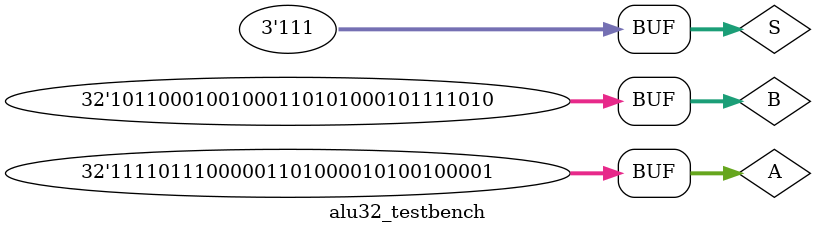
<source format=v>
`define DELAY 20
module alu32_testbench(); 
reg [31:0] A,B;
reg [2:0] S;
wire OF,Z;
wire [31:0] R;

alu32 alu_test(R,OF,Z,A,B,S);

initial begin
		//AND
A = 32'b01010111000000001010000000101110;
B = 32'b00101010100011100101000101100011;
S = 3'b000;
#`DELAY;
A = 32'b10101010101010101010101010101010;
B = 32'b01010101010101010101010101010101; 
S = 3'b000;
#`DELAY;
A = 32'b11110111000001101000010100100001;
B = 32'b10110001001000110101000101111010; 
S = 3'b000;
#`DELAY;
	//OR
A = 32'b01010111000000001010000000101110;
B = 32'b00101010100011100101000101100011;
S = 3'b001;
#`DELAY;
A = 32'b11010111001001001010000000001010;
B = 32'b10100110010001000010000101101001;
S = 3'b001;
#`DELAY;
A = 32'b11110111000001101000010100100001;
B = 32'b10110001001000110101000101111010; 
S = 3'b001;
#`DELAY;
		//ADDER
A = 32'b01000000000000000000000000000000;
B = 32'b01000000000000000000000000000000;
S = 3'b010;
#`DELAY;
A = 32'b11010111001001001010000000001010;
B = 32'b10100110010001000010000101101001; 
S = 3'b010;
#`DELAY;
A = 32'b11110111000001101000010100100001;
B = 32'b10110001001000110101000101111010; 
S = 3'b010;
#`DELAY;
		//XOR
A = 32'b01010111000000001010000000101110;
B = 32'b00101010100011100101000101100011;
S = 3'b011;
#`DELAY;
A = 32'b11010111001001001010000000001010;
B = 32'b10100110010001000010000101101001;
S = 3'b011;
#`DELAY;
A = 32'b11110111000001101000010100100001;
B = 32'b10110001001000110101000101111010; 
S = 3'b011;
#`DELAY;
		//SUBTRACTOR
A = 32'b11010111001001001010000000001010;
B = 32'b10100110010001000010000101101001;
S = 3'b100;
#`DELAY;
A = 32'b00000000000000000000000000100000;
B = 32'b00000000000000000000000000000010;
S = 3'b100;
#`DELAY;
A = 32'b00000000100100000000000001110000;
B = 32'b00000000000000001000000000000000;
#`DELAY;
		//ARITHMETIC RIGHT SHIFT
A = 32'b01010111000000001010000000101110;
B = 32'b00000000000000000000000000000001;
S = 3'b101;
#`DELAY;
A = 32'b11010111001001001010000000001010;
B = 32'b00000000000000000000000000000011; 
S = 3'b101;
#`DELAY;
A = 32'b11110111000001101000010100100001;
B = 32'b00000000000000000000000000001011;
S = 3'b101;
#`DELAY;
		//SHIFT LEFT
A = 32'b01010111000000001010000000101110;
B = 32'b00000000000000000000000000000001;
S = 3'b110;
#`DELAY;
A = 32'b11010111001001001010000000001010;
B = 32'b00000000000000000000000000000011; 
S = 3'b110;
#`DELAY;
A = 32'b11110111000001101000010100100001;
B = 32'b00000000000000000000000000001011;
S = 3'b110;
#`DELAY;
		//NOR
A = 32'b01010111000000001010000000101110;
B = 32'b00101010100011100101000101100011;
S = 3'b111;
#`DELAY;
A = 32'b11010111001001001010000000001010;
B = 32'b10100110010001000010000101101001;
S = 3'b111;
#`DELAY;
A = 32'b11110111000001101000010100100001;
B = 32'b10110001001000110101000101111010; 
S = 3'b111;
#`DELAY;
	
end
initial
begin
$monitor("time = %2d, Operation: %3b, A =%32b, B=%32b, R=%32b Owerflow=%1b, ZeroBit=%1b", $time, S,A, B, R,OF,Z);
end
 
endmodule
</source>
